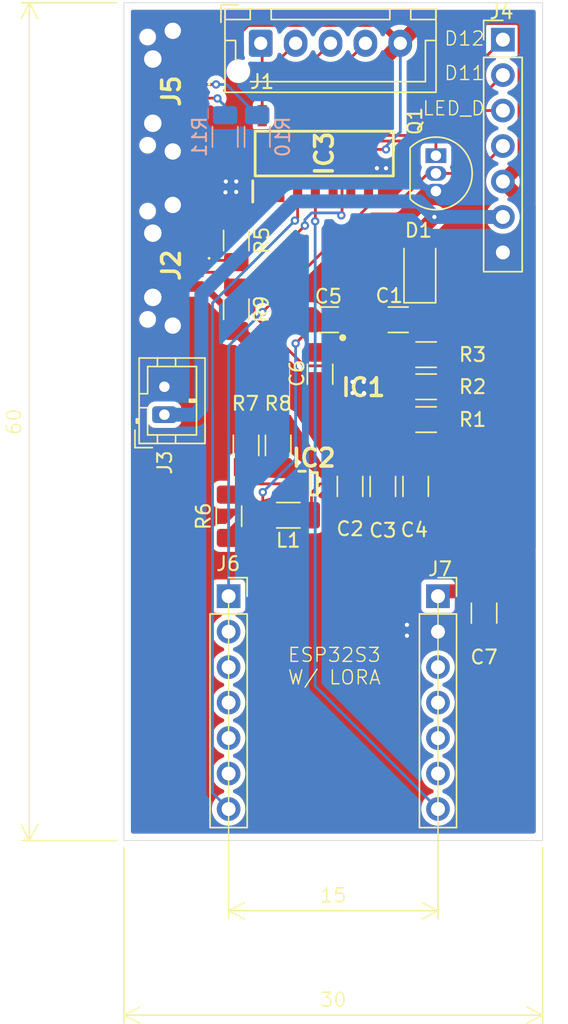
<source format=kicad_pcb>
(kicad_pcb (version 20241229) (generator "pcbnew") (generator_version "9.0")
  (layers (0 "F.Cu" signal) (2 "B.Cu" signal) (13 "F.Paste" user) (15 "B.Paste" user) (5 "F.SilkS" user "F.Silkscreen") (7 "B.SilkS" user "B.Silkscreen") (1 "F.Mask" user) (3 "B.Mask" user) (25 "Edge.Cuts" user))
  (net 0 "")
  (net 1 "Net-(D1-K)")
  (net 2 "GND")
  (net 3 "+5V")
  (net 4 "V+")
  (net 5 "BAT")
  (net 6 "VIN")
  (net 7 "Net-(IC3-1C)")
  (net 8 "Net-(IC3-2C)")
  (net 9 "Net-(IC3-4C)")
  (net 10 "Net-(IC3-3C)")
  (net 11 "Net-(IC1-ISET)")
  (net 13 "Net-(IC1-ILIM{slash}VSET)")
  (net 15 "Net-(IC1-TS{slash}MR)")
  (net 16 "FB")
  (net 17 "Net-(IC2-SW)")
  (net 18 "D11")
  (net 19 "D12")
  (net 20 "D0")
  (net 21 "D6")
  (net 22 "RST")
  (net 23 "DIO1")
  (net 24 "RF_SW")
  (net 25 "BUSY")
  (net 26 "NSS")
  (net 27 "MOSI")
  (net 28 "SCK")
  (net 29 "D7")
  (net 30 "MISO")
  (net 31 "3V3")
  (net 32 "LED_D")
  (net 39 "USB_CHG")
  (net 40 "Net-(J2-CC2)")
  (net 41 "Net-(J2-CC1)")
  (net 42 "Net-(J5-CC2)")
  (net 43 "Net-(J5-CC1)")
  (net 44 "Net-(IC2-EN)")
  (footprint "Package_TO_SOT_THT:TO-92_Inline" (layer "F.Cu") (at 81.225 72.9 -90)
    (property "Reference" "Q1" (at -2.475 1.5 90) (layer "F.SilkS"))
    (property "Value" "BS170")
    (fp_line (start -0.53 1.85) (end 3.07 1.85) (stroke (width 0.12)) (layer "F.SilkS"))
    (fp_arc (start -0.568478 1.838478) (mid -1.132087 -0.994977) (end 1.27 -2.6) (stroke (width 0.12)) (layer "F.SilkS"))
    (fp_arc (start 1.27 -2.6) (mid 3.672087 -0.994977) (end 3.108478 1.838478) (stroke (width 0.12)) (layer "F.SilkS"))
    (pad "1" thru_hole rect (at 0 0 270) (size 1.05 1.5) (drill 0.75) (layers "*.Cu" "*.Mask") (net 32 "LED_D"))
    (pad "2" thru_hole oval (at 1.27 0 270) (size 1.05 1.5) (drill 0.75) (layers "*.Cu" "*.Mask") (net 20 "D0"))
    (pad "3" thru_hole oval (at 2.54 0 270) (size 1.05 1.5) (drill 0.75) (layers "*.Cu" "*.Mask") (net 2 "GND"))
  )
  (footprint "footprints:SON40P220X200X80-11N" (layer "F.Cu") (at 76.025 87.3375)
    (property "Reference" "IC1" (at 0 2.1625 0) (layer "F.SilkS") (effects (font (size 1.27 1.27) (thickness 0.254))))
    (property "Value" "BQ25185DLHR" (hide yes))
    (fp_circle (center -1.475 -1.4) (end -1.475 -1.275) (stroke (width 0.25)) (fill no) (layer "F.SilkS"))
    (pad "1" smd rect (at -1.1 -0.8 90) (size 0.2 0.75) (layers "F.Cu" "F.Mask" "F.Paste") (net 4 "V+"))
    (pad "2" smd rect (at -1.1 -0.4 90) (size 0.2 0.75) (layers "F.Cu" "F.Mask" "F.Paste") (net 5 "BAT"))
    (pad "3" smd rect (at -1.1 0 90) (size 0.2 0.75) (layers "F.Cu" "F.Mask" "F.Paste"))
    (pad "4" smd rect (at -1.1 0.4 90) (size 0.2 0.75) (layers "F.Cu" "F.Mask" "F.Paste") (net 3 "+5V"))
    (pad "5" smd rect (at -1.1 0.8 90) (size 0.2 0.75) (layers "F.Cu" "F.Mask" "F.Paste") (net 2 "GND"))
    (pad "6" smd rect (at 1.1 0.8 90) (size 0.2 0.75) (layers "F.Cu" "F.Mask" "F.Paste") (net 15 "Net-(IC1-TS{slash}MR)"))
    (pad "7" smd rect (at 1.1 0.4 90) (size 0.2 0.75) (layers "F.Cu" "F.Mask" "F.Paste") (net 13 "Net-(IC1-ILIM{slash}VSET)"))
    (pad "8" smd rect (at 1.1 0 90) (size 0.2 0.75) (layers "F.Cu" "F.Mask" "F.Paste") (net 11 "Net-(IC1-ISET)"))
    (pad "9" smd rect (at 1.1 -0.4 90) (size 0.2 0.75) (layers "F.Cu" "F.Mask" "F.Paste"))
    (pad "10" smd rect (at 1.1 -0.8 90) (size 0.2 0.75) (layers "F.Cu" "F.Mask" "F.Paste") (net 1 "Net-(D1-K)"))
    (pad "11" smd rect (at 0 0) (size 1 1.6) (layers "F.Cu" "F.Mask" "F.Paste") (net 2 "GND"))
  )
  (footprint "Resistor_SMD:R_1206_3216Metric_Pad1.30x1.75mm_HandSolder" (layer "F.Cu") (at 66.925 83.9 90)
    (property "Reference" "R9" (at 0 1.8 90) (layer "F.SilkS"))
    (property "Value" "22k")
    (fp_line (start -0.727064 -0.91) (end 0.727064 -0.91) (stroke (width 0.12)) (layer "F.SilkS"))
    (fp_line (start -0.727064 0.91) (end 0.727064 0.91) (stroke (width 0.12)) (layer "F.SilkS"))
    (pad "1" smd roundrect (at -1.55 0 90) (size 1.3 1.75) (layers "F.Cu" "F.Mask" "F.Paste") (roundrect_rratio 0.192308) (net 39 "USB_CHG"))
    (pad "2" smd roundrect (at 1.55 0 90) (size 1.3 1.75) (layers "F.Cu" "F.Mask" "F.Paste") (roundrect_rratio 0.192308) (net 40 "Net-(J2-CC2)"))
  )
  (footprint "Capacitor_SMD:C_1206_3216Metric_Pad1.33x1.80mm_HandSolder" (layer "F.Cu") (at 75.075 96.5875 -90)
    (property "Reference" "C2" (at 3.0375 0 180) (layer "F.SilkS"))
    (property "Value" "22u")
    (fp_line (start -0.711252 0.91) (end 0.711252 0.91) (stroke (width 0.12)) (layer "F.SilkS"))
    (fp_line (start -0.711252 -0.91) (end 0.711252 -0.91) (stroke (width 0.12)) (layer "F.SilkS"))
    (pad "1" smd roundrect (at -1.5625 0 270) (size 1.325 1.8) (layers "F.Cu" "F.Mask" "F.Paste") (roundrect_rratio 0.188679) (net 39 "USB_CHG"))
    (pad "2" smd roundrect (at 1.5625 0 270) (size 1.325 1.8) (layers "F.Cu" "F.Mask" "F.Paste") (roundrect_rratio 0.188679) (net 2 "GND"))
  )
  (footprint "Capacitor_SMD:C_1206_3216Metric_Pad1.33x1.80mm_HandSolder" (layer "F.Cu") (at 84.675 105.6625 -90)
    (property "Reference" "C7" (at 3.15 0 0) (layer "F.SilkS"))
    (property "Value" "10u")
    (fp_line (start -0.711252 0.91) (end 0.711252 0.91) (stroke (width 0.12)) (layer "F.SilkS"))
    (fp_line (start -0.711252 -0.91) (end 0.711252 -0.91) (stroke (width 0.12)) (layer "F.SilkS"))
    (pad "1" smd roundrect (at -1.5625 0 270) (size 1.325 1.8) (layers "F.Cu" "F.Mask" "F.Paste") (roundrect_rratio 0.188679) (net 3 "+5V"))
    (pad "2" smd roundrect (at 1.5625 0 270) (size 1.325 1.8) (layers "F.Cu" "F.Mask" "F.Paste") (roundrect_rratio 0.188679) (net 2 "GND"))
  )
  (footprint "Diode_SMD:D_1206_3216Metric" (layer "F.Cu") (at 80.075 81.15 90)
    (property "Reference" "D1" (at 2.9 -0.1 180) (layer "F.SilkS"))
    (property "Value" "SS14")
    (fp_line (start 1.6 -1.135) (end -2.285 -1.135) (stroke (width 0.12)) (layer "F.SilkS"))
    (fp_line (start -2.285 -1.135) (end -2.285 1.135) (stroke (width 0.12)) (layer "F.SilkS"))
    (fp_line (start -2.285 1.135) (end 1.6 1.135) (stroke (width 0.12)) (layer "F.SilkS"))
    (pad "1" smd roundrect (at -1.4 0 90) (size 1.25 1.75) (layers "F.Cu" "F.Mask" "F.Paste") (roundrect_rratio 0.2) (net 1 "Net-(D1-K)"))
    (pad "2" smd roundrect (at 1.4 0 90) (size 1.25 1.75) (layers "F.Cu" "F.Mask" "F.Paste") (roundrect_rratio 0.2) (net 6 "VIN"))
  )
  (footprint "Resistor_SMD:R_1206_3216Metric_Pad1.30x1.75mm_HandSolder" (layer "F.Cu") (at 66.4 98.725 90)
    (property "Reference" "R6" (at 0 -1.83 90) (layer "F.SilkS"))
    (property "Value" "100k")
    (fp_line (start -0.727064 -0.91) (end 0.727064 -0.91) (stroke (width 0.12)) (layer "F.SilkS"))
    (fp_line (start -0.727064 0.91) (end 0.727064 0.91) (stroke (width 0.12)) (layer "F.SilkS"))
    (pad "1" smd roundrect (at -1.55 0 90) (size 1.3 1.75) (layers "F.Cu" "F.Mask" "F.Paste") (roundrect_rratio 0.192308) (net 4 "V+"))
    (pad "2" smd roundrect (at 1.55 0 90) (size 1.3 1.75) (layers "F.Cu" "F.Mask" "F.Paste") (roundrect_rratio 0.192308) (net 44 "Net-(IC2-EN)"))
  )
  (footprint "Resistor_SMD:R_1206_3216Metric_Pad1.30x1.75mm_HandSolder" (layer "F.Cu") (at 69.925 93.65 -90)
    (property "Reference" "R8" (at -3 0 180) (layer "F.SilkS"))
    (property "Value" "732k")
    (fp_line (start -0.727064 0.91) (end 0.727064 0.91) (stroke (width 0.12)) (layer "F.SilkS"))
    (fp_line (start -0.727064 -0.91) (end 0.727064 -0.91) (stroke (width 0.12)) (layer "F.SilkS"))
    (pad "1" smd roundrect (at -1.55 0 270) (size 1.3 1.75) (layers "F.Cu" "F.Mask" "F.Paste") (roundrect_rratio 0.192308) (net 39 "USB_CHG"))
    (pad "2" smd roundrect (at 1.55 0 270) (size 1.3 1.75) (layers "F.Cu" "F.Mask" "F.Paste") (roundrect_rratio 0.192308) (net 16 "FB"))
  )
  (footprint "Capacitor_SMD:C_1206_3216Metric_Pad1.33x1.80mm_HandSolder" (layer "F.Cu") (at 78.525 84.65 180)
    (property "Reference" "C1" (at 0.65 1.725 0) (layer "F.SilkS"))
    (property "Value" "10u")
    (fp_line (start -0.711252 0.91) (end 0.711252 0.91) (stroke (width 0.12)) (layer "F.SilkS"))
    (fp_line (start -0.711252 -0.91) (end 0.711252 -0.91) (stroke (width 0.12)) (layer "F.SilkS"))
    (pad "1" smd roundrect (at -1.5625 0 180) (size 1.325 1.8) (layers "F.Cu" "F.Mask" "F.Paste") (roundrect_rratio 0.188679) (net 1 "Net-(D1-K)"))
    (pad "2" smd roundrect (at 1.5625 0 180) (size 1.325 1.8) (layers "F.Cu" "F.Mask" "F.Paste") (roundrect_rratio 0.188679) (net 2 "GND"))
  )
  (footprint "Connector_JST:JST_PH_B2B-PH-K_1x02_P2.00mm_Vertical" (layer "F.Cu") (at 61.775 91.45 90)
    (property "Reference" "J3" (at -3.425 0.025 90) (layer "F.SilkS"))
    (property "Value" "Conn_01x02")
    (fp_line (start -1.11 -2.11) (end -2.36 -2.11) (stroke (width 0.12)) (layer "F.SilkS"))
    (fp_line (start -2.36 -2.11) (end -2.36 -0.86) (stroke (width 0.12)) (layer "F.SilkS"))
    (fp_line (start -0.3 -2.01) (end -0.6 -2.01) (stroke (width 0.12)) (layer "F.SilkS"))
    (fp_line (start -0.6 -2.01) (end -0.6 -1.81) (stroke (width 0.12)) (layer "F.SilkS"))
    (fp_line (start -0.3 -1.91) (end -0.6 -1.91) (stroke (width 0.12)) (layer "F.SilkS"))
    (fp_line (start 4.06 -1.81) (end -2.06 -1.81) (stroke (width 0.12)) (layer "F.SilkS"))
    (fp_line (start 0.5 -1.81) (end 0.5 -1.2) (stroke (width 0.12)) (layer "F.SilkS"))
    (fp_line (start -0.3 -1.81) (end -0.3 -2.01) (stroke (width 0.12)) (layer "F.SilkS"))
    (fp_line (start -2.06 -1.81) (end -2.06 2.91) (stroke (width 0.12)) (layer "F.SilkS"))
    (fp_line (start 3.45 -1.2) (end 1.5 -1.2) (stroke (width 0.12)) (layer "F.SilkS"))
    (fp_line (start 1.5 -1.2) (end 1.5 -1.81) (stroke (width 0.12)) (layer "F.SilkS"))
    (fp_line (start 0.5 -1.2) (end -1.45 -1.2) (stroke (width 0.12)) (layer "F.SilkS"))
    (fp_line (start -1.45 -1.2) (end -1.45 2.3) (stroke (width 0.12)) (layer "F.SilkS"))
    (fp_line (start 4.06 -0.5) (end 3.45 -0.5) (stroke (width 0.12)) (layer "F.SilkS"))
    (fp_line (start -2.06 -0.5) (end -1.45 -0.5) (stroke (width 0.12)) (layer "F.SilkS"))
    (fp_line (start 4.06 0.8) (end 3.45 0.8) (stroke (width 0.12)) (layer "F.SilkS"))
    (fp_line (start -2.06 0.8) (end -1.45 0.8) (stroke (width 0.12)) (layer "F.SilkS"))
    (fp_line (start 1.1 1.8) (end 1.1 2.3) (stroke (width 0.12)) (layer "F.SilkS"))
    (fp_line (start 0.9 1.8) (end 1.1 1.8) (stroke (width 0.12)) (layer "F.SilkS"))
    (fp_line (start 3.45 2.3) (end 3.45 -1.2) (stroke (width 0.12)) (layer "F.SilkS"))
    (fp_line (start 1 2.3) (end 1 1.8) (stroke (width 0.12)) (layer "F.SilkS"))
    (fp_line (start 0.9 2.3) (end 0.9 1.8) (stroke (width 0.12)) (layer "F.SilkS"))
    (fp_line (start -1.45 2.3) (end 3.45 2.3) (stroke (width 0.12)) (layer "F.SilkS"))
    (fp_line (start 4.06 2.91) (end 4.06 -1.81) (stroke (width 0.12)) (layer "F.SilkS"))
    (fp_line (start -2.06 2.91) (end 4.06 2.91) (stroke (width 0.12)) (layer "F.SilkS"))
    (pad "1" thru_hole roundrect (at 0 0 90) (size 1.2 1.75) (drill 0.75) (layers "*.Cu" "*.Mask") (roundrect_rratio 0.208333) (net 6 "VIN"))
    (pad "2" thru_hole oval (at 2 0 90) (size 1.2 1.75) (drill 0.75) (layers "*.Cu" "*.Mask") (net 2 "GND"))
  )
  (footprint "Capacitor_SMD:C_1206_3216Metric_Pad1.33x1.80mm_HandSolder" (layer "F.Cu") (at 72.925 88.55 -90)
    (property "Reference" "C6" (at -0.0625 1.65 90) (layer "F.SilkS"))
    (property "Value" "22u")
    (fp_line (start -0.711252 0.91) (end 0.711252 0.91) (stroke (width 0.12)) (layer "F.SilkS"))
    (fp_line (start -0.711252 -0.91) (end 0.711252 -0.91) (stroke (width 0.12)) (layer "F.SilkS"))
    (pad "1" smd roundrect (at -1.5625 0 270) (size 1.325 1.8) (layers "F.Cu" "F.Mask" "F.Paste") (roundrect_rratio 0.188679) (net 5 "BAT"))
    (pad "2" smd roundrect (at 1.5625 0 270) (size 1.325 1.8) (layers "F.Cu" "F.Mask" "F.Paste") (roundrect_rratio 0.188679) (net 2 "GND"))
  )
  (footprint "footprints:SOIC127P600X175-16N" (layer "F.Cu") (at 73.225 72.75 90)
    (property "Reference" "IC3" (at 0 0 90) (layer "F.SilkS") (effects (font (size 1.27 1.27) (thickness 0.254))))
    (property "Value" "ULN2003ADR" (hide yes))
    (fp_line (start -3.475 -5.12) (end -1.95 -5.12) (stroke (width 0.2)) (layer "F.SilkS"))
    (fp_line (start 1.6 -4.95) (end 1.6 4.95) (stroke (width 0.2)) (layer "F.SilkS"))
    (fp_line (start -1.6 -4.95) (end 1.6 -4.95) (stroke (width 0.2)) (layer "F.SilkS"))
    (fp_line (start 1.6 4.95) (end -1.6 4.95) (stroke (width 0.2)) (layer "F.SilkS"))
    (fp_line (start -1.6 4.95) (end -1.6 -4.95) (stroke (width 0.2)) (layer "F.SilkS"))
    (pad "1" smd rect (at -2.712 -4.445 180) (size 0.65 1.525) (layers "F.Cu" "F.Mask" "F.Paste") (net 19 "D12"))
    (pad "2" smd rect (at -2.712 -3.175 180) (size 0.65 1.525) (layers "F.Cu" "F.Mask" "F.Paste") (net 18 "D11"))
    (pad "3" smd rect (at -2.712 -1.905 180) (size 0.65 1.525) (layers "F.Cu" "F.Mask" "F.Paste") (net 21 "D6"))
    (pad "4" smd rect (at -2.712 -0.635 180) (size 0.65 1.525) (layers "F.Cu" "F.Mask" "F.Paste") (net 29 "D7"))
    (pad "5" smd rect (at -2.712 0.635 180) (size 0.65 1.525) (layers "F.Cu" "F.Mask" "F.Paste"))
    (pad "6" smd rect (at -2.712 1.905 180) (size 0.65 1.525) (layers "F.Cu" "F.Mask" "F.Paste"))
    (pad "7" smd rect (at -2.712 3.175 180) (size 0.65 1.525) (layers "F.Cu" "F.Mask" "F.Paste"))
    (pad "8" smd rect (at -2.712 4.445 180) (size 0.65 1.525) (layers "F.Cu" "F.Mask" "F.Paste") (net 2 "GND"))
    (pad "9" smd rect (at 2.712 4.445 180) (size 0.65 1.525) (layers "F.Cu" "F.Mask" "F.Paste") (net 3 "+5V"))
    (pad "10" smd rect (at 2.712 3.175 180) (size 0.65 1.525) (layers "F.Cu" "F.Mask" "F.Paste"))
    (pad "11" smd rect (at 2.712 1.905 180) (size 0.65 1.525) (layers "F.Cu" "F.Mask" "F.Paste"))
    (pad "12" smd rect (at 2.712 0.635 180) (size 0.65 1.525) (layers "F.Cu" "F.Mask" "F.Paste"))
    (pad "13" smd rect (at 2.712 -0.635 180) (size 0.65 1.525) (layers "F.Cu" "F.Mask" "F.Paste") (net 9 "Net-(IC3-4C)"))
    (pad "14" smd rect (at 2.712 -1.905 180) (size 0.65 1.525) (layers "F.Cu" "F.Mask" "F.Paste") (net 10 "Net-(IC3-3C)"))
    (pad "15" smd rect (at 2.712 -3.175 180) (size 0.65 1.525) (layers "F.Cu" "F.Mask" "F.Paste") (net 8 "Net-(IC3-2C)"))
    (pad "16" smd rect (at 2.712 -4.445 180) (size 0.65 1.525) (layers "F.Cu" "F.Mask" "F.Paste") (net 7 "Net-(IC3-1C)"))
  )
  (footprint "Resistor_SMD:R_1206_3216Metric_Pad1.30x1.75mm_HandSolder" (layer "F.Cu") (at 67.625 93.65 90)
    (property "Reference" "R7" (at 3 -0.05 180) (layer "F.SilkS"))
    (property "Value" "100k")
    (fp_line (start -0.727064 -0.91) (end 0.727064 -0.91) (stroke (width 0.12)) (layer "F.SilkS"))
    (fp_line (start -0.727064 0.91) (end 0.727064 0.91) (stroke (width 0.12)) (layer "F.SilkS"))
    (pad "1" smd roundrect (at -1.55 0 90) (size 1.3 1.75) (layers "F.Cu" "F.Mask" "F.Paste") (roundrect_rratio 0.192308) (net 16 "FB"))
    (pad "2" smd roundrect (at 1.55 0 90) (size 1.3 1.75) (layers "F.Cu" "F.Mask" "F.Paste") (roundrect_rratio 0.192308) (net 2 "GND"))
  )
  (footprint "Connector_JST:JST_XH_B5B-XH-AM_1x05_P2.50mm_Vertical" (layer "F.Cu") (at 68.675 64.85)
    (property "Reference" "J1" (at 0.1 2.75 0) (layer "F.SilkS"))
    (property "Value" "Conn_01x05")
    (fp_line (start -2.85 -2.75) (end -2.85 -1.5) (stroke (width 0.12)) (layer "F.SilkS"))
    (fp_line (start -2.56 -2.46) (end -2.56 3.51) (stroke (width 0.12)) (layer "F.SilkS"))
    (fp_line (start -2.56 3.51) (end 12.56 3.51) (stroke (width 0.12)) (layer "F.SilkS"))
    (fp_line (start -2.55 -2.45) (end -2.55 -1.7) (stroke (width 0.12)) (layer "F.SilkS"))
    (fp_line (start -2.55 -1.7) (end -0.75 -1.7) (stroke (width 0.12)) (layer "F.SilkS"))
    (fp_line (start -2.55 -0.2) (end -1.8 -0.2) (stroke (width 0.12)) (layer "F.SilkS"))
    (fp_line (start -1.8 -0.2) (end -1.8 1.14) (stroke (width 0.12)) (layer "F.SilkS"))
    (fp_line (start -1.6 -2.75) (end -2.85 -2.75) (stroke (width 0.12)) (layer "F.SilkS"))
    (fp_line (start -0.75 -2.45) (end -2.55 -2.45) (stroke (width 0.12)) (layer "F.SilkS"))
    (fp_line (start -0.75 -1.7) (end -0.75 -2.45) (stroke (width 0.12)) (layer "F.SilkS"))
    (fp_line (start 0.75 -2.45) (end 0.75 -1.7) (stroke (width 0.12)) (layer "F.SilkS"))
    (fp_line (start 0.75 -1.7) (end 9.25 -1.7) (stroke (width 0.12)) (layer "F.SilkS"))
    (fp_line (start 5 2.75) (end -0.74 2.75) (stroke (width 0.12)) (layer "F.SilkS"))
    (fp_line (start 9.25 -2.45) (end 0.75 -2.45) (stroke (width 0.12)) (layer "F.SilkS"))
    (fp_line (start 9.25 -1.7) (end 9.25 -2.45) (stroke (width 0.12)) (layer "F.SilkS"))
    (fp_line (start 10.75 -2.45) (end 10.75 -1.7) (stroke (width 0.12)) (layer "F.SilkS"))
    (fp_line (start 10.75 -1.7) (end 12.55 -1.7) (stroke (width 0.12)) (layer "F.SilkS"))
    (fp_line (start 11.8 -0.2) (end 11.8 2.75) (stroke (width 0.12)) (layer "F.SilkS"))
    (fp_line (start 11.8 2.75) (end 5 2.75) (stroke (width 0.12)) (layer "F.SilkS"))
    (fp_line (start 12.55 -2.45) (end 10.75 -2.45) (stroke (width 0.12)) (layer "F.SilkS"))
    (fp_line (start 12.55 -1.7) (end 12.55 -2.45) (stroke (width 0.12)) (layer "F.SilkS"))
    (fp_line (start 12.55 -0.2) (end 11.8 -0.2) (stroke (width 0.12)) (layer "F.SilkS"))
    (fp_line (start 12.56 -2.46) (end -2.56 -2.46) (stroke (width 0.12)) (layer "F.SilkS"))
    (fp_line (start 12.56 3.51) (end 12.56 -2.46) (stroke (width 0.12)) (layer "F.SilkS"))
    (pad "" np_thru_hole circle (at -1.6 2) (size 1.2 1.2) (drill 1.2) (layers "*.Cu" "*.Mask"))
    (pad "1" thru_hole roundrect (at 0 0) (size 1.7 1.95) (drill 0.95) (layers "*.Cu" "*.Mask") (roundrect_rratio 0.147059) (net 7 "Net-(IC3-1C)"))
    (pad "2" thru_hole oval (at 2.5 0) (size 1.7 1.95) (drill 0.95) (layers "*.Cu" "*.Mask") (net 8 "Net-(IC3-2C)"))
    (pad "3" thru_hole oval (at 5 0) (size 1.7 1.95) (drill 0.95) (layers "*.Cu" "*.Mask") (net 10 "Net-(IC3-3C)"))
    (pad "4" thru_hole oval (at 7.5 0) (size 1.7 1.95) (drill 0.95) (layers "*.Cu" "*.Mask") (net 9 "Net-(IC3-4C)"))
    (pad "5" thru_hole oval (at 10 0) (size 1.7 1.95) (drill 0.95) (layers "*.Cu" "*.Mask") (net 3 "+5V"))
  )
  (footprint "Capacitor_SMD:C_1206_3216Metric_Pad1.33x1.80mm_HandSolder" (layer "F.Cu") (at 73.525 84.65 180)
    (property "Reference" "C5" (at 0 1.675 0) (layer "F.SilkS"))
    (property "Value" "22u")
    (fp_line (start -0.711252 0.91) (end 0.711252 0.91) (stroke (width 0.12)) (layer "F.SilkS"))
    (fp_line (start -0.711252 -0.91) (end 0.711252 -0.91) (stroke (width 0.12)) (layer "F.SilkS"))
    (pad "1" smd roundrect (at -1.5625 0 180) (size 1.325 1.8) (layers "F.Cu" "F.Mask" "F.Paste") (roundrect_rratio 0.188679) (net 2 "GND"))
    (pad "2" smd roundrect (at 1.5625 0 180) (size 1.325 1.8) (layers "F.Cu" "F.Mask" "F.Paste") (roundrect_rratio 0.188679) (net 4 "V+"))
  )
  (footprint "Resistor_SMD:R_1206_3216Metric_Pad1.30x1.75mm_HandSolder" (layer "F.Cu") (at 66.925 78.975 -90)
    (property "Reference" "R5" (at 0 -1.83 90) (layer "F.SilkS"))
    (property "Value" "22k")
    (fp_line (start -0.727064 0.91) (end 0.727064 0.91) (stroke (width 0.12)) (layer "F.SilkS"))
    (fp_line (start -0.727064 -0.91) (end 0.727064 -0.91) (stroke (width 0.12)) (layer "F.SilkS"))
    (pad "1" smd roundrect (at -1.55 0 270) (size 1.3 1.75) (layers "F.Cu" "F.Mask" "F.Paste") (roundrect_rratio 0.192308) (net 39 "USB_CHG"))
    (pad "2" smd roundrect (at 1.55 0 270) (size 1.3 1.75) (layers "F.Cu" "F.Mask" "F.Paste") (roundrect_rratio 0.192308) (net 41 "Net-(J2-CC1)"))
  )
  (footprint "Connector_PinHeader_2.54mm:PinHeader_1x07_P2.54mm_Vertical" (layer "F.Cu") (at 86.025 64.59)
    (property "Reference" "J4" (at -0.1 -1.99 0) (layer "F.SilkS"))
    (property "Value" "Conn_01x07")
    (fp_line (start -1.38 -1.38) (end 0 -1.38) (stroke (width 0.12)) (layer "F.SilkS"))
    (fp_line (start -1.38 0) (end -1.38 -1.38) (stroke (width 0.12)) (layer "F.SilkS"))
    (fp_line (start -1.38 1.27) (end -1.38 16.62) (stroke (width 0.12)) (layer "F.SilkS"))
    (fp_line (start -1.38 1.27) (end 1.38 1.27) (stroke (width 0.12)) (layer "F.SilkS"))
    (fp_line (start -1.38 16.62) (end 1.38 16.62) (stroke (width 0.12)) (layer "F.SilkS"))
    (fp_line (start 1.38 1.27) (end 1.38 16.62) (stroke (width 0.12)) (layer "F.SilkS"))
    (pad "1" thru_hole rect (at 0 0) (size 1.7 1.7) (drill 1) (layers "*.Cu" "*.Mask") (net 19 "D12"))
    (pad "2" thru_hole circle (at 0 2.54) (size 1.7 1.7) (drill 1) (layers "*.Cu" "*.Mask") (net 18 "D11"))
    (pad "3" thru_hole circle (at 0 5.08) (size 1.7 1.7) (drill 1) (layers "*.Cu" "*.Mask") (net 32 "LED_D"))
    (pad "4" thru_hole circle (at 0 7.62) (size 1.7 1.7) (drill 1) (layers "*.Cu" "*.Mask") (net 20 "D0"))
    (pad "5" thru_hole circle (at 0 10.16) (size 1.7 1.7) (drill 1) (layers "*.Cu" "*.Mask") (net 3 "+5V"))
    (pad "6" thru_hole circle (at 0 12.7) (size 1.7 1.7) (drill 1) (layers "*.Cu" "*.Mask") (net 6 "VIN"))
    (pad "7" thru_hole circle (at 0 15.24) (size 1.7 1.7) (drill 1) (layers "*.Cu" "*.Mask") (net 2 "GND"))
  )
  (footprint "Connector_PinSocket_2.54mm:PinSocket_1x07_P2.54mm_Vertical" (layer "F.Cu") (at 66.375 104.45)
    (property "Reference" "J6" (at -0.025 -2.325 0) (layer "F.SilkS"))
    (property "Value" "Conn_01x07")
    (fp_line (start -1.33 1.27) (end -1.33 16.57) (stroke (width 0.12)) (layer "F.SilkS"))
    (fp_line (start -1.33 1.27) (end 1.33 1.27) (stroke (width 0.12)) (layer "F.SilkS"))
    (fp_line (start -1.33 16.57) (end 1.33 16.57) (stroke (width 0.12)) (layer "F.SilkS"))
    (fp_line (start 0 -1.33) (end 1.33 -1.33) (stroke (width 0.12)) (layer "F.SilkS"))
    (fp_line (start 1.33 -1.33) (end 1.33 0) (stroke (width 0.12)) (layer "F.SilkS"))
    (fp_line (start 1.33 1.27) (end 1.33 16.57) (stroke (width 0.12)) (layer "F.SilkS"))
    (pad "1" thru_hole rect (at 0 0) (size 1.7 1.7) (drill 1) (layers "*.Cu" "*.Mask") (net 20 "D0"))
    (pad "2" thru_hole circle (at 0 2.54) (size 1.7 1.7) (drill 1) (layers "*.Cu" "*.Mask") (net 23 "DIO1"))
    (pad "3" thru_hole circle (at 0 5.08) (size 1.7 1.7) (drill 1) (layers "*.Cu" "*.Mask") (net 22 "RST"))
    (pad "4" thru_hole circle (at 0 7.62) (size 1.7 1.7) (drill 1) (layers "*.Cu" "*.Mask") (net 25 "BUSY"))
    (pad "5" thru_hole circle (at 0 10.16) (size 1.7 1.7) (drill 1) (layers "*.Cu" "*.Mask") (net 26 "NSS"))
    (pad "6" thru_hole circle (at 0 12.7) (size 1.7 1.7) (drill 1) (layers "*.Cu" "*.Mask") (net 24 "RF_SW"))
    (pad "7" thru_hole circle (at 0 15.24) (size 1.7 1.7) (drill 1) (layers "*.Cu" "*.Mask") (net 21 "D6"))
  )
  (footprint "footprints:USB4175GF0230C" (layer "F.Cu") (at 62.125 80.75 -90)
    (property "Reference" "J2" (at 0 -0.145 270) (layer "F.SilkS") (effects (font (size 1.27 1.27) (thickness 0.254))))
    (property "Value" "USB4175-GF-0230-C" (hide yes))
    (fp_line (start -0.5 -2.8) (end -0.5 -2.8) (stroke (width 0.1)) (layer "F.SilkS"))
    (fp_line (start -0.5 -2.9) (end -0.5 -2.9) (stroke (width 0.1)) (layer "F.SilkS"))
    (fp_arc (start -0.5 -2.8) (mid -0.55 -2.85) (end -0.5 -2.9) (stroke (width 0.1)) (layer "F.SilkS"))
    (fp_arc (start -0.5 -2.9) (mid -0.45 -2.85) (end -0.5 -2.8) (stroke (width 0.1)) (layer "F.SilkS"))
    (pad "" np_thru_hole circle (at -3.875 1.55 270) (size 0.7 0.7) (drill 0.7) (layers "*.Cu" "*.Mask"))
    (pad "" np_thru_hole circle (at 3.875 1.55 270) (size 0.7 0.7) (drill 0.7) (layers "*.Cu" "*.Mask"))
    (pad "1" thru_hole circle (at -4.32 -0.25 270) (size 1.755 1.755) (drill 1.17) (layers "*.Cu" "*.Mask") (net 2 "GND"))
    (pad "2" thru_hole circle (at 4.32 -0.25 270) (size 1.755 1.755) (drill 1.17) (layers "*.Cu" "*.Mask") (net 2 "GND"))
    (pad "3" thru_hole circle (at -2.3 1.18 270) (size 1.875 1.875) (drill 1.25) (layers "*.Cu" "*.Mask") (net 2 "GND"))
    (pad "4" thru_hole circle (at 2.3 1.18 270) (size 1.875 1.875) (drill 1.25) (layers "*.Cu" "*.Mask") (net 2 "GND"))
    (pad "A5" smd rect (at -0.5 -1.45 270) (size 0.7 2) (layers "F.Cu" "F.Mask" "F.Paste") (net 41 "Net-(J2-CC1)"))
    (pad "A9" smd rect (at 1.52 -1.45 270) (size 0.76 2) (layers "F.Cu" "F.Mask" "F.Paste") (net 39 "USB_CHG"))
    (pad "A12" smd rect (at 2.75 -1.45 270) (size 0.8 2) (layers "F.Cu" "F.Mask" "F.Paste") (net 2 "GND"))
    (pad "B5" smd rect (at 0.5 -1.45 270) (size 0.7 2) (layers "F.Cu" "F.Mask" "F.Paste") (net 40 "Net-(J2-CC2)"))
    (pad "B9" smd rect (at -1.52 -1.45 270) (size 0.76 2) (layers "F.Cu" "F.Mask" "F.Paste") (net 39 "USB_CHG"))
    (pad "B12" smd rect (at -2.75 -1.45 270) (size 0.8 2) (layers "F.Cu" "F.Mask" "F.Paste") (net 2 "GND"))
  )
  (footprint "Capacitor_SMD:C_1206_3216Metric_Pad1.33x1.80mm_HandSolder" (layer "F.Cu") (at 77.425 96.5875 -90)
    (property "Reference" "C3" (at 3.15 0 180) (layer "F.SilkS"))
    (property "Value" "22u")
    (fp_line (start -0.711252 0.91) (end 0.711252 0.91) (stroke (width 0.12)) (layer "F.SilkS"))
    (fp_line (start -0.711252 -0.91) (end 0.711252 -0.91) (stroke (width 0.12)) (layer "F.SilkS"))
    (pad "1" smd roundrect (at -1.5625 0 270) (size 1.325 1.8) (layers "F.Cu" "F.Mask" "F.Paste") (roundrect_rratio 0.188679) (net 39 "USB_CHG"))
    (pad "2" smd roundrect (at 1.5625 0 270) (size 1.325 1.8) (layers "F.Cu" "F.Mask" "F.Paste") (roundrect_rratio 0.188679) (net 2 "GND"))
  )
  (footprint "Inductor_SMD:L_1206_3216Metric_Pad1.22x1.90mm_HandSolder" (layer "F.Cu") (at 70.65 98.65)
    (property "Reference" "L1" (at 0 1.8 0) (layer "F.SilkS"))
    (property "Value" "1uH")
    (fp_line (start -0.835242 -0.91) (end 0.835242 -0.91) (stroke (width 0.12)) (layer "F.SilkS"))
    (fp_line (start -0.835242 0.91) (end 0.835242 0.91) (stroke (width 0.12)) (layer "F.SilkS"))
    (pad "1" smd roundrect (at -1.6625 0) (size 1.225 1.9) (layers "F.Cu" "F.Mask" "F.Paste") (roundrect_rratio 0.204082) (net 4 "V+"))
    (pad "2" smd roundrect (at 1.6625 0) (size 1.225 1.9) (layers "F.Cu" "F.Mask" "F.Paste") (roundrect_rratio 0.204082) (net 17 "Net-(IC2-SW)"))
  )
  (footprint "Resistor_SMD:R_1206_3216Metric_Pad1.30x1.75mm_HandSolder" (layer "F.Cu") (at 80.525 89.45)
    (property "Reference" "R2" (at 3.325 0 0) (layer "F.SilkS"))
    (property "Value" "13k")
    (fp_line (start -0.727064 -0.91) (end 0.727064 -0.91) (stroke (width 0.12)) (layer "F.SilkS"))
    (fp_line (start -0.727064 0.91) (end 0.727064 0.91) (stroke (width 0.12)) (layer "F.SilkS"))
    (pad "1" smd roundrect (at -1.55 0) (size 1.3 1.75) (layers "F.Cu" "F.Mask" "F.Paste") (roundrect_rratio 0.192308) (net 13 "Net-(IC1-ILIM{slash}VSET)"))
    (pad "2" smd roundrect (at 1.55 0) (size 1.3 1.75) (layers "F.Cu" "F.Mask" "F.Paste") (roundrect_rratio 0.192308) (net 2 "GND"))
  )
  (footprint "Connector_PinSocket_2.54mm:PinSocket_1x07_P2.54mm_Vertical" (layer "F.Cu") (at 81.375 104.45)
    (property "Reference" "J7" (at 0.15 -1.95 0) (layer "F.SilkS"))
    (property "Value" "Conn_01x07")
    (fp_line (start -1.33 1.27) (end -1.33 16.57) (stroke (width 0.12)) (layer "F.SilkS"))
    (fp_line (start -1.33 1.27) (end 1.33 1.27) (stroke (width 0.12)) (layer "F.SilkS"))
    (fp_line (start -1.33 16.57) (end 1.33 16.57) (stroke (width 0.12)) (layer "F.SilkS"))
    (fp_line (start 0 -1.33) (end 1.33 -1.33) (stroke (width 0.12)) (layer "F.SilkS"))
    (fp_line (start 1.33 -1.33) (end 1.33 0) (stroke (width 0.12)) (layer "F.SilkS"))
    (fp_line (start 1.33 1.27) (end 1.33 16.57) (stroke (width 0.12)) (layer "F.SilkS"))
    (pad "1" thru_hole rect (at 0 0) (size 1.7 1.7) (drill 1) (layers "*.Cu" "*.Mask") (net 3 "+5V"))
    (pad "2" thru_hole circle (at 0 2.54) (size 1.7 1.7) (drill 1) (layers "*.Cu" "*.Mask") (net 2 "GND"))
    (pad "3" thru_hole circle (at 0 5.08) (size 1.7 1.7) (drill 1) (layers "*.Cu" "*.Mask") (net 31 "3V3"))
    (pad "4" thru_hole circle (at 0 7.62) (size 1.7 1.7) (drill 1) (layers "*.Cu" "*.Mask") (net 27 "MOSI"))
    (pad "5" thru_hole circle (at 0 10.16) (size 1.7 1.7) (drill 1) (layers "*.Cu" "*.Mask") (net 30 "MISO"))
    (pad "6" thru_hole circle (at 0 12.7) (size 1.7 1.7) (drill 1) (layers "*.Cu" "*.Mask") (net 28 "SCK"))
    (pad "7" thru_hole circle (at 0 15.24) (size 1.7 1.7) (drill 1) (layers "*.Cu" "*.Mask") (net 29 "D7"))
  )
  (footprint "Resistor_SMD:R_1206_3216Metric_Pad1.30x1.75mm_HandSolder" (layer "F.Cu") (at 80.525 87.15)
    (property "Reference" "R3" (at 3.325 0 0) (layer "F.SilkS"))
    (property "Value" "300")
    (fp_line (start -0.727064 -0.91) (end 0.727064 -0.91) (stroke (width 0.12)) (layer "F.SilkS"))
    (fp_line (start -0.727064 0.91) (end 0.727064 0.91) (stroke (width 0.12)) (layer "F.SilkS"))
    (pad "1" smd roundrect (at -1.55 0) (size 1.3 1.75) (layers "F.Cu" "F.Mask" "F.Paste") (roundrect_rratio 0.192308) (net 11 "Net-(IC1-ISET)"))
    (pad "2" smd roundrect (at 1.55 0) (size 1.3 1.75) (layers "F.Cu" "F.Mask" "F.Paste") (roundrect_rratio 0.192308) (net 2 "GND"))
  )
  (footprint "footprints:USB4175GF0230C" (layer "F.Cu") (at 62.125 68.28 -90)
    (property "Reference" "J5" (at 0 -0.145 270) (layer "F.SilkS") (effects (font (size 1.27 1.27) (thickness 0.254))))
    (property "Value" "USB4175-GF-0230-C" (hide yes))
    (fp_line (start -0.5 -2.8) (end -0.5 -2.8) (stroke (width 0.1)) (layer "F.SilkS"))
    (fp_line (start -0.5 -2.9) (end -0.5 -2.9) (stroke (width 0.1)) (layer "F.SilkS"))
    (fp_arc (start -0.5 -2.8) (mid -0.55 -2.85) (end -0.5 -2.9) (stroke (width 0.1)) (layer "F.SilkS"))
    (fp_arc (start -0.5 -2.9) (mid -0.45 -2.85) (end -0.5 -2.8) (stroke (width 0.1)) (layer "F.SilkS"))
    (pad "" np_thru_hole circle (at -3.875 1.55 270) (size 0.7 0.7) (drill 0.7) (layers "*.Cu" "*.Mask"))
    (pad "" np_thru_hole circle (at 3.875 1.55 270) (size 0.7 0.7) (drill 0.7) (layers "*.Cu" "*.Mask"))
    (pad "1" thru_hole circle (at -4.32 -0.25 270) (size 1.755 1.755) (drill 1.17) (layers "*.Cu" "*.Mask") (net 2 "GND"))
    (pad "2" thru_hole circle (at 4.32 -0.25 270) (size 1.755 1.755) (drill 1.17) (layers "*.Cu" "*.Mask") (net 2 "GND"))
    (pad "3" thru_hole circle (at -2.3 1.18 270) (size 1.875 1.875) (drill 1.25) (layers "*.Cu" "*.Mask") (net 2 "GND"))
    (pad "4" thru_hole circle (at 2.3 1.18 270) (size 1.875 1.875) (drill 1.25) (layers "*.Cu" "*.Mask") (net 2 "GND"))
    (pad "A5" smd rect (at -0.5 -1.45 270) (size 0.7 2) (layers "F.Cu" "F.Mask" "F.Paste") (net 43 "Net-(J5-CC1)"))
    (pad "A9" smd rect (at 1.52 -1.45 270) (size 0.76 2) (layers "F.Cu" "F.Mask" "F.Paste") (net 3 "+5V"))
    (pad "A12" smd rect (at 2.75 -1.45 270) (size 0.8 2) (layers "F.Cu" "F.Mask" "F.Paste") (net 2 "GND"))
    (pad "B5" smd rect (at 0.5 -1.45 270) (size 0.7 2) (layers "F.Cu" "F.Mask" "F.Paste") (net 42 "Net-(J5-CC2)"))
    (pad "B9" smd rect (at -1.52 -1.45 270) (size 0.76 2) (layers "F.Cu" "F.Mask" "F.Paste") (net 3 "+5V"))
    (pad "B12" smd rect (at -2.75 -1.45 270) (size 0.8 2) (layers "F.Cu" "F.Mask" "F.Paste") (net 2 "GND"))
  )
  (footprint "Resistor_SMD:R_1206_3216Metric_Pad1.30x1.75mm_HandSolder" (layer "F.Cu") (at 80.525 91.8)
    (property "Reference" "R1" (at 3.325 0 0) (layer "F.SilkS"))
    (property "Value" "10k")
    (fp_line (start -0.727064 -0.91) (end 0.727064 -0.91) (stroke (width 0.12)) (layer "F.SilkS"))
    (fp_line (start -0.727064 0.91) (end 0.727064 0.91) (stroke (width 0.12)) (layer "F.SilkS"))
    (pad "1" smd roundrect (at -1.55 0) (size 1.3 1.75) (layers "F.Cu" "F.Mask" "F.Paste") (roundrect_rratio 0.192308) (net 15 "Net-(IC1-TS{slash}MR)"))
    (pad "2" smd roundrect (at 1.55 0) (size 1.3 1.75) (layers "F.Cu" "F.Mask" "F.Paste") (roundrect_rratio 0.192308) (net 2 "GND"))
  )
  (footprint "footprints:SOTFL50P160X60-6N" (layer "F.Cu") (at 72.475 96.4)
    (property "Reference" "IC2" (at 0 -1.85 0) (layer "F.SilkS") (effects (font (size 1.27 1.27) (thickness 0.254))))
    (property "Value" "TPS61023DRLT" (hide yes))
    (fp_line (start -1.075 -0.9) (end -0.6 -0.9) (stroke (width 0.2)) (layer "F.SilkS"))
    (fp_line (start -0.25 -0.8) (end 0.25 -0.8) (stroke (width 0.2)) (layer "F.SilkS"))
    (fp_line (start -0.25 0.8) (end -0.25 -0.8) (stroke (width 0.2)) (layer "F.SilkS"))
    (fp_line (start 0.25 -0.8) (end 0.25 0.8) (stroke (width 0.2)) (layer "F.SilkS"))
    (fp_line (start 0.25 0.8) (end -0.25 0.8) (stroke (width 0.2)) (layer "F.SilkS"))
    (pad "1" smd rect (at -0.838 -0.5 90) (size 0.3 0.475) (layers "F.Cu" "F.Mask" "F.Paste") (net 16 "FB"))
    (pad "2" smd rect (at -0.838 0 90) (size 0.3 0.475) (layers "F.Cu" "F.Mask" "F.Paste") (net 44 "Net-(IC2-EN)"))
    (pad "3" smd rect (at -0.838 0.5 90) (size 0.3 0.475) (layers "F.Cu" "F.Mask" "F.Paste") (net 4 "V+"))
    (pad "4" smd rect (at 0.838 0.5 90) (size 0.3 0.475) (layers "F.Cu" "F.Mask" "F.Paste") (net 2 "GND"))
    (pad "5" smd rect (at 0.838 0 90) (size 0.3 0.475) (layers "F.Cu" "F.Mask" "F.Paste") (net 17 "Net-(IC2-SW)"))
    (pad "6" smd rect (at 0.838 -0.5 90) (size 0.3 0.475) (layers "F.Cu" "F.Mask" "F.Paste") (net 39 "USB_CHG"))
  )
  (footprint "Capacitor_SMD:C_1206_3216Metric_Pad1.33x1.80mm_HandSolder" (layer "F.Cu") (at 79.775 96.5875 -90)
    (property "Reference" "C4" (at 3.1125 0.1 0) (layer "F.SilkS"))
    (property "Value" "22u")
    (fp_line (start -0.711252 0.91) (end 0.711252 0.91) (stroke (width 0.12)) (layer "F.SilkS"))
    (fp_line (start -0.711252 -0.91) (end 0.711252 -0.91) (stroke (width 0.12)) (layer "F.SilkS"))
    (pad "1" smd roundrect (at -1.5625 0 270) (size 1.325 1.8) (layers "F.Cu" "F.Mask" "F.Paste") (roundrect_rratio 0.188679) (net 39 "USB_CHG"))
    (pad "2" smd roundrect (at 1.5625 0 270) (size 1.325 1.8) (layers "F.Cu" "F.Mask" "F.Paste") (roundrect_rratio 0.188679) (net 2 "GND"))
  )
  (footprint "Resistor_SMD:R_1206_3216Metric_Pad1.30x1.75mm_HandSolder" (layer "B.Cu") (at 66.125 71.55 -90)
    (property "Reference" "R11" (at 0 1.83 90) (layer "B.SilkS") (effects (justify mirror)))
    (property "Value" "22k")
    (fp_line (start -0.727064 0.91) (end 0.727064 0.91) (stroke (width 0.12)) (layer "B.SilkS"))
    (fp_line (start -0.727064 -0.91) (end 0.727064 -0.91) (stroke (width 0.12)) (layer "B.SilkS"))
    (pad "1" smd roundrect (at -1.55 0 270) (size 1.3 1.75) (layers "B.Cu" "B.Mask" "B.Paste") (roundrect_rratio 0.192308) (net 42 "Net-(J5-CC2)"))
    (pad "2" smd roundrect (at 1.55 0 270) (size 1.3 1.75) (layers "B.Cu" "B.Mask" "B.Paste") (roundrect_rratio 0.192308) (net 2 "GND"))
  )
  (footprint "Resistor_SMD:R_1206_3216Metric_Pad1.30x1.75mm_HandSolder" (layer "B.Cu") (at 68.425 71.55 90)
    (property "Reference" "R10" (at 0 1.83 90) (layer "B.SilkS") (effects (justify mirror)))
    (property "Value" "22k")
    (fp_line (start -0.727064 -0.91) (end 0.727064 -0.91) (stroke (width 0.12)) (layer "B.SilkS"))
    (fp_line (start -0.727064 0.91) (end 0.727064 0.91) (stroke (width 0.12)) (layer "B.SilkS"))
    (pad "1" smd roundrect (at -1.55 0 90) (size 1.3 1.75) (layers "B.Cu" "B.Mask" "B.Paste") (roundrect_rratio 0.192308) (net 2 "GND"))
    (pad "2" smd roundrect (at 1.55 0 90) (size 1.3 1.75) (layers "B.Cu" "B.Mask" "B.Paste") (roundrect_rratio 0.192308) (net 43 "Net-(J5-CC1)"))
  )
  (gr_rect (start 58.875 61.95) (end 88.875 121.95) (stroke (width 0.05)) (fill no) (layer "Edge.Cuts"))
  (gr_text "D11" (at 81.75 67.575 0) (layer "F.SilkS") (effects (font (size 1 1) (thickness 0.1)) (justify left bottom)))
  (gr_text "D12" (at 81.75 65.1 0) (layer "F.SilkS") (effects (font (size 1 1) (thickness 0.1)) (justify left bottom)))
  (gr_text "ESP32S3 \nW/ LORA" (at 70.55 110.85 0) (layer "F.SilkS") (effects (font (size 1 1) (thickness 0.1)) (justify left bottom)))
  (gr_text "LED_D" (at 80.2 70.1 0) (layer "F.SilkS") (effects (font (size 1 1) (thickness 0.1)) (justify left bottom)))
  (dimension (type orthogonal) (layer "F.SilkS") (pts (xy 81.375 104.45) (xy 66.375 104.45)) (height 22.525) (orientation 0) (format (prefix "") (suffix "") (units 3) (units_format 0) (precision 4) (suppress_zeroes yes)) (style (thickness 0.1) (arrow_length 1.27) (text_position_mode 0) (arrow_direction outward) (extension_height 0.58642) (extension_offset 0.5) (keep_text_aligned yes)) (gr_text "15" (at 73.875 125.875 0) (layer "F.SilkS") (effects (font (size 1 1) (thickness 0.1)))))
  (dimension (type orthogonal) (layer "F.SilkS") (pts (xy 58.875 121.95) (xy 88.875 121.95)) (height 12.5) (orientation 0) (format (prefix "") (suffix "") (units 3) (units_format 0) (precision 4) (suppress_zeroes yes)) (style (thickness 0.1) (arrow_length 1.27) (text_position_mode 0) (arrow_direction outward) (extension_height 0.58642) (extension_offset 0.5) (keep_text_aligned yes)) (gr_text "30" (at 73.875 133.35 0) (layer "F.SilkS") (effects (font (size 1 1) (thickness 0.1)))))
  (dimension (type orthogonal) (layer "F.SilkS") (pts (xy 58.875 121.95) (xy 58.875 61.95)) (height -6.775) (orientation 1) (format (prefix "") (suffix "") (units 3) (units_format 0) (precision 4) (suppress_zeroes yes)) (style (thickness 0.1) (arrow_length 1.27) (text_position_mode 0) (arrow_direction outward) (extension_height 0.58642) (extension_offset 0.5) (keep_text_aligned yes)) (gr_text "60" (at 51 91.95 90) (layer "F.SilkS") (effects (font (size 1 1) (thickness 0.1)))))
  (segment (start 77.125 86.5375) (end 79.0125 84.65) (width 0.2) (layer "F.Cu") (net 1))
  (segment (start 80.075 82.55) (end 80.075 84.6375) (width 0.4) (layer "F.Cu") (net 1))
  (segment (start 79.0125 84.65) (end 80.0875 84.65) (width 0.2) (layer "F.Cu") (net 1))
  (via (at 75.25 89.1) (size 0.6) (drill 0.3) (layers "F.Cu" "B.Cu") (net 2))
  (via (at 76.075 89.9) (size 0.6) (drill 0.3) (layers "F.Cu" "B.Cu") (net 2))
  (via (at 79.15 107.275) (size 0.6) (drill 0.3) (layers "F.Cu" "B.Cu") (net 2))
  (via (at 75.25 89.9) (size 0.6) (drill 0.3) (layers "F.Cu" "B.Cu") (net 2))
  (via (at 66.925 75.5) (size 0.6) (drill 0.3) (layers "F.Cu" "B.Cu") (net 2))
  (via (at 77 73.8) (size 0.6) (drill 0.3) (layers "F.Cu" "B.Cu") (net 2))
  (via (at 79.15 106.5) (size 0.6) (drill 0.3) (layers "F.Cu" "B.Cu") (net 2))
  (via (at 76.05 89.1) (size 0.6) (drill 0.3) (layers "F.Cu" "B.Cu") (net 2))
  (via (at 66.175 74.75) (size 0.6) (drill 0.3) (layers "F.Cu" "B.Cu") (net 2))
  (via (at 77.65 73.8) (size 0.6) (drill 0.3) (layers "F.Cu" "B.Cu") (net 2))
  (via (at 66.925 74.75) (size 0.6) (drill 0.3) (layers "F.Cu" "B.Cu") (net 2))
  (via (at 66.15 75.525) (size 0.6) (drill 0.3) (layers "F.Cu" "B.Cu") (net 2))
  (segment (start 77.249 63.424) (end 78.675 64.85) (width 0.5) (layer "F.Cu") (net 3))
  (segment (start 86.025 74.75) (end 87.874 76.599) (width 1) (layer "F.Cu") (net 3))
  (segment (start 74.5 72.95) (end 74.999 72.451) (width 0.2) (layer "F.Cu") (net 3))
  (segment (start 62.343 69.8) (end 63.575 69.8) (width 0.5) (layer "F.Cu") (net 3))
  (segment (start 87.874 100.901) (end 84.675 104.1) (width 1) (layer "F.Cu") (net 3))
  (segment (start 62.343 66.76) (end 62.124 66.979) (width 0.5) (layer "F.Cu") (net 3))
  (segment (start 67.726 63.424) (end 77.249 63.424) (width 0.5) (layer "F.Cu") (net 3))
  (segment (start 77.67 65.855) (end 78.675 64.85) (width 1) (layer "F.Cu") (net 3))
  (segment (start 68.199 81.55145) (end 71.838379 77.912071) (width 0.2) (layer "F.Cu") (net 3))
  (segment (start 74.45 77.175) (end 74.5 77.125) (width 0.2) (layer "F.Cu") (net 3))
  (segment (start 73.81016 87.951) (end 71.801057 87.951) (width 0.2) (layer "F.Cu") (net 3))
  (segment (start 87.213 63.039) (end 87.576 63.402) (width 1) (layer "F.Cu") (net 3))
  (segment (start 64.39 66.76) (end 67.726 63.424) (width 0.5) (layer "F.Cu") (net 3))
  (segment (start 62.124 69.581) (end 62.343 69.8) (width 0.5) (layer "F.Cu") (net 3))
  (segment (start 62.124 66.979) (end 62.124 69.581) (width 0.5) (layer "F.Cu") (net 3))
  (segment (start 74.925 87.7375) (end 74.02366 87.7375) (width 0.2) (layer "F.Cu") (net 3))
  (segment (start 63.575 66.76) (end 62.343 66.76) (width 0.5) (layer "F.Cu") (net 3))
  (segment (start 80.486 63.039) (end 87.213 63.039) (width 1) (layer "F.Cu") (net 3))
  (segment (start 77.67 70.038) (end 77.67 65.855) (width 1) (layer "F.Cu") (net 3))
  (segment (start 78.675 64.85) (end 80.486 63.039) (width 1) (layer "F.Cu") (net 3))
  (segment (start 74.02366 87.7375) (end 73.81016 87.951) (width 0.2) (layer "F.Cu") (net 3))
  (segment (start 87.576 63.402) (end 87.576 73.199) (width 1) (layer "F.Cu") (net 3))
  (segment (start 74.999 72.451) (end 77.65 72.451) (width 0.2) (layer "F.Cu") (net 3))
  (segment (start 68.199 84.348943) (end 68.199 81.55145) (width 0.2) (layer "F.Cu") (net 3))
  (segment (start 87.874 76.599) (end 87.874 100.901) (width 1) (layer "F.Cu") (net 3))
  (segment (start 71.801057 87.951) (end 68.199 84.348943) (width 0.2) (layer "F.Cu") (net 3))
  (segment (start 84.675 104.1) (end 81.725 104.1) (width 1) (layer "F.Cu") (net 3))
  (segment (start 74.5 77.125) (end 74.5 72.95) (width 0.2) (layer "F.Cu") (net 3))
  (segment (start 63.575 66.76) (end 64.39 66.76) (width 0.5) (layer "F.Cu") (net 3))
  (segment (start 87.576 73.199) (end 86.025 74.75) (width 1) (layer "F.Cu") (net 3))
  (via (at 77.65 72.451) (size 0.6) (drill 0.3) (layers "F.Cu" "B.Cu") (net 3))
  (via (at 71.838379 77.912071) (size 0.6) (drill 0.3) (layers "F.Cu" "B.Cu") (net 3))
  (via (at 74.45 77.175) (size 0.6) (drill 0.3) (layers "F.Cu" "B.Cu") (net 3))
  (segment (start 78.675 71.2) (end 78.675 64.85) (width 0.2) (layer "B.Cu") (net 3))
  (segment (start 71.838379 77.486678) (end 72.326057 76.999) (width 0.2) (layer "B.Cu") (net 3))
  (segment (start 72.326057 76.999) (end 74.274 76.999) (width 0.2) (layer "B.Cu") (net 3))
  (segment (start 74.274 76.999) (end 74.45 77.175) (width 0.2) (layer "B.Cu") (net 3))
  (segment (start 71.838379 77.912071) (end 71.838379 77.486678) (width 0.2) (layer "B.Cu") (net 3))
  (segment (start 77.65 72.225) (end 78.675 71.2) (width 0.2) (layer "B.Cu") (net 3))
  (segment (start 77.65 72.451) (end 77.65 72.225) (width 0.2) (layer "B.Cu") (net 3))
  (segment (start 71.9625 84.65) (end 71.9625 85.5625) (width 0.2) (layer "F.Cu") (net 4))
  (segment (start 68.825 97) (end 68.825 98.4875) (width 0.2) (layer "F.Cu") (net 4))
  (segment (start 71.9625 85.5625) (end 71.175 86.35) (width 0.2) (layer "F.Cu") (net 4))
  (segment (start 68.9875 98.65) (end 68.025 98.65) (width 1) (layer "F.Cu") (net 4))
  (segment (start 68.025 98.65) (end 66.4 100.275) (width 1) (layer "F.Cu") (net 4))
  (via (at 68.825 97) (size 0.6) (drill 0.3) (layers "F.Cu" "B.Cu") (net 4))
  (via (at 71.175 86.35) (size 0.6) (drill 0.3) (layers "F.Cu" "B.Cu") (net 4))
  (segment (start 71.175 86.35) (end 71.175 94.65) (width 0.2) (layer "B.Cu") (net 4))
  (segment (start 71.175 94.65) (end 68.825 97) (width 0.2) (layer "B.Cu") (net 4))
  (segment (start 80.075 78.331174) (end 81.116174 77.29) (width 1) (layer "F.Cu") (net 6))
  (segment (start 80.075 79.75) (end 80.075 78.331174) (width 1) (layer "F.Cu") (net 6))
  (via (at 81.116174 77.29) (size 0.6) (drill 0.3) (layers "F.Cu" "B.Cu") (net 6))
  (segment (start 71.084372 76.175) (end 80.001174 76.175) (width 1) (layer "B.Cu") (net 6))
  (segment (start 64.423 82.836372) (end 71.084372 76.175) (width 1) (layer "B.Cu") (net 6))
  (segment (start 63.95 91.45) (end 64.423 90.977) (width 1) (layer "B.Cu") (net 6))
  (segment (start 61.775 91.45) (end 63.95 91.45) (width 1) (layer "B.Cu") (net 6))
  (segment (start 81.116174 77.29) (end 86.025 77.29) (width 1) (layer "B.Cu") (net 6))
  (segment (start 64.423 90.977) (end 64.423 82.836372) (width 1) (layer "B.Cu") (net 6))
  (segment (start 80.001174 76.175) (end 81.116174 77.29) (width 1) (layer "B.Cu") (net 6))
  (segment (start 68.78 70.038) (end 68.78 64.955) (width 0.2) (layer "F.Cu") (net 7))
  (segment (start 70.05 65.975) (end 71.175 64.85) (width 0.2) (layer "F.Cu") (net 8))
  (segment (start 70.05 70.038) (end 70.05 65.975) (width 0.2) (layer "F.Cu") (net 8))
  (segment (start 72.59 68.435) (end 72.59 70.038) (width 0.2) (layer "F.Cu") (net 9))
  (segment (start 76.175 64.85) (end 72.59 68.435) (width 0.2) (layer "F.Cu") (net 9))
  (segment (start 71.32 67.205) (end 73.675 64.85) (width 0.2) (layer "F.Cu") (net 10))
  (segment (start 71.32 70.038) (end 71.32 67.205) (width 0.2) (layer "F.Cu") (net 10))
  (segment (start 77.125 87.3375) (end 78.7875 87.3375) (width 0.2) (layer "F.Cu") (net 11))
  (segment (start 77.7625 87.7375) (end 77.925 87.9) (width 0.2) (layer "F.Cu") (net 13))
  (segment (start 77.125 87.7375) (end 77.7625 87.7375) (width 0.2) (layer "F.Cu") (net 13))
  (segment (start 77.925 87.9) (end 77.925 88.4) (width 0.2) (layer "F.Cu") (net 13))
  (segment (start 77.925 88.4) (end 78.975 89.45) (width 0.2) (layer "F.Cu") (net 13))
  (segment (start 77.125 89.95) (end 78.975 91.8) (width 0.2) (layer "F.Cu") (net 15))
  (segment (start 77.125 88.1375) (end 77.125 89.95) (width 0.2) (layer "F.Cu") (net 15))
  (segment (start 72.951 96.4) (end 72.3125 97.0385) (width 0.2) (layer "F.Cu") (net 17))
  (segment (start 72.3125 97.0385) (end 72.3125 98.65) (width 0.2) (layer "F.Cu") (net 17))
  (segment (start 73.313 96.4) (end 72.951 96.4) (width 0.2) (layer "F.Cu") (net 17))
  (segment (start 79.374 71.851) (end 83.225 68) (width 0.2) (layer "F.Cu") (net 18))
  (segment (start 71.9411 71.851) (end 79.374 71.851) (width 0.2) (layer "F.Cu") (net 18))
  (segment (start 85.155 68) (end 86.025 67.13) (width 0.2) (layer "F.Cu") (net 18))
  (segment (start 70.05 75.462) (end 70.05 73.7421) (width 0.2) (layer "F.Cu") (net 18))
  (segment (start 70.05 73.7421) (end 71.9411 71.851) (width 0.2) (layer "F.Cu") (net 18))
  (segment (start 83.225 68) (end 85.155 68) (width 0.2) (layer "F.Cu") (net 18))
  (segment (start 86.025 64.59) (end 79.165 71.45) (width 0.2) (layer "F.Cu") (net 19))
  (segment (start 79.165 71.45) (end 71.775 71.45) (width 0.2) (layer "F.Cu") (net 19))
  (segment (start 71.775 71.45) (end 68.78 74.445) (width 0.2) (layer "F.Cu") (net 19))
  (segment (start 68.78 74.445) (end 68.78 75.462) (width 0.2) (layer "F.Cu") (net 19))
  (segment (start 80.6515 74.17) (end 78.296 76.5255) (width 0.2) (layer "F.Cu") (net 20))
  (segment (start 76.3745 76.5255) (end 68.8 84.1) (width 0.2) (layer "F.Cu") (net 20))
  (segment (start 84.065 74.17) (end 81.225 74.17) (width 0.2) (layer "F.Cu") (net 20))
  (segment (start 78.296 76.5255) (end 76.3745 76.5255) (width 0.2) (layer "F.Cu") (net 20))
  (segment (start 86.025 72.21) (end 84.065 74.17) (width 0.2) (layer "F.Cu") (net 20))
  (via (at 68.8 84.1) (size 0.6) (drill 0.3) (layers "F.Cu" "B.Cu") (net 20))
  (segment (start 66.375 86.525) (end 66.375 104.45) (width 0.2) (layer "B.Cu") (net 20))
  (segment (start 68.8 84.1) (end 66.375 86.525) (width 0.2) (layer "B.Cu") (net 20))
  (segment (start 71.32 77.355) (end 71.32 75.462) (width 0.2) (layer "F.Cu") (net 21))
  (segment (start 71.125 77.55) (end 71.32 77.355) (width 0.2) (layer "F.Cu") (net 21))
  (via (at 71.125 77.55) (size 0.6) (drill 0.3) (layers "F.Cu" "B.Cu") (net 21))
  (segment (start 65.224 118.539) (end 65.224 83.451) (width 0.2) (layer "B.Cu") (net 21))
  (segment (start 66.375 119.69) (end 65.224 118.539) (width 0.2) (layer "B.Cu") (net 21))
  (segment (start 65.224 83.451) (end 71.125 77.55) (width 0.2) (layer "B.Cu") (net 21))
  (segment (start 72.575 77.6) (end 72.59 77.585) (width 0.2) (layer "F.Cu") (net 29))
  (segment (start 72.59 77.585) (end 72.59 75.462) (width 0.2) (layer "F.Cu") (net 29))
  (via (at 72.575 77.6) (size 0.6) (drill 0.3) (layers "F.Cu" "B.Cu") (net 29))
  (segment (start 72.575 110.89) (end 72.575 77.6) (width 0.2) (layer "B.Cu") (net 29))
  (segment (start 81.375 119.69) (end 72.575 110.89) (width 0.2) (layer "B.Cu") (net 29))
  (segment (start 86.025 69.67) (end 83.255 69.67) (width 0.2) (layer "F.Cu") (net 32))
  (segment (start 81.225 71.7) (end 81.225 72.9) (width 0.2) (layer "F.Cu") (net 32))
  (segment (start 83.255 69.67) (end 81.225 71.7) (width 0.2) (layer "F.Cu") (net 32))
  (segment (start 64.995 79.23) (end 63.575 79.23) (width 0.5) (layer "F.Cu") (net 39))
  (segment (start 66.925 84.548) (end 66.925 85.3) (width 0.5) (layer "F.Cu") (net 39))
  (segment (start 63.575 79.23) (end 62.343 79.23) (width 0.5) (layer "F.Cu") (net 39))
  (segment (start 63.575 82.27) (end 64.647 82.27) (width 0.5) (layer "F.Cu") (net 39))
  (segment (start 69.925 92.1) (end 69.925 88.3) (width 1) (layer "F.Cu") (net 39))
  (segment (start 62.343 82.27) (end 63.575 82.27) (width 0.5) (layer "F.Cu") (net 39))
  (segment (start 66.925 77.3) (end 64.995 79.23) (width 0.5) (layer "F.Cu") (net 39))
  (segment (start 69.925 88.3) (end 66.925 85.3) (width 1) (layer "F.Cu") (net 39))
  (segment (start 62.124 82.051) (end 62.343 82.27) (width 0.5) (layer "F.Cu") (net 39))
  (segment (start 62.343 79.23) (end 62.124 79.449) (width 0.5) (layer "F.Cu") (net 39))
  (segment (start 62.124 79.449) (end 62.124 82.051) (width 0.5) (layer "F.Cu") (net 39))
  (segment (start 64.647 82.27) (end 66.925 84.548) (width 0.5) (layer "F.Cu") (net 39))
  (segment (start 65.825 81.25) (end 63.575 81.25) (width 0.2) (layer "F.Cu") (net 40))
  (segment (start 66.925 82.35) (end 65.825 81.25) (width 0.2) (layer "F.Cu") (net 40))
  (segment (start 66.925 80.4) (end 63.725 80.4) (width 0.2) (layer "F.Cu") (net 41))
  (segment (start 65.555 68.78) (end 63.575 68.78) (width 0.2) (layer "F.Cu") (net 42))
  (segment (start 65.575 68.8) (end 65.555 68.78) (width 0.2) (layer "F.Cu") (net 42))
  (via (at 65.575 68.8) (size 0.6) (drill 0.3) (layers "F.Cu" "B.Cu") (net 42))
  (segment (start 66.125 70) (end 66.125 69.35) (width 0.2) (layer "B.Cu") (net 42))
  (segment (start 66.125 69.35) (end 65.575 68.8) (width 0.2) (layer "B.Cu") (net 42))
  (segment (start 65.475 67.8) (end 63.595 67.8) (width 0.2) (layer "F.Cu") (net 43))
  (via (at 65.475 67.8) (size 0.6) (drill 0.3) (layers "F.Cu" "B.Cu") (net 43))
  (segment (start 66.225 67.8) (end 65.475 67.8) (width 0.2) (layer "B.Cu") (net 43))
  (segment (start 68.425 70) (end 66.225 67.8) (width 0.2) (layer "B.Cu") (net 43))
  (segment (start 67.175 96.4) (end 66.4 97.175) (width 0.2) (layer "F.Cu") (net 44))
  (segment (start 71.637 96.4) (end 67.175 96.4) (width 0.2) (layer "F.Cu") (net 44))
  (zone (net 39) (net_name "USB_CHG") (layer "F.Cu") (priority 6) (connect_pads yes (clearance 0.2)) (min_thickness 0.1) (fill yes (thermal_gap 0.5) (thermal_bridge_width 0.5) (smoothing chamfer) (island_removal_mode 1) (island_area_min 10))
    (polygon (pts (xy 73.075 96.05) (xy 73.075 95.75) (xy 74.175 94.35) (xy 80.675 94.35) (xy 80.675 95.7) (xy 75.025 95.7) (xy 73.55 96.05)))
  )
  (zone (net 2) (net_name "GND") (layer "F.Cu") (connect_pads yes (clearance 0.35)) (min_thickness 0.3) (fill yes (thermal_gap 0.5) (thermal_bridge_width 0.5) (smoothing chamfer))
    (polygon (pts (xy 58.875 61.95) (xy 58.875 121.95) (xy 88.875 121.95) (xy 88.875 61.95)))
  )
  (zone (net 39) (net_name "USB_CHG") (layer "F.Cu") (priority 7) (connect_pads yes (clearance 0.2)) (min_thickness 0.1) (fill yes (thermal_gap 0.5) (thermal_bridge_width 0.5) (smoothing chamfer) (island_removal_mode 1) (island_area_min 10))
    (polygon (pts (xy 73.55 96.05) (xy 73.55 95.725) (xy 70.8 91.45) (xy 69.05 91.475) (xy 69.025 92.75) (xy 73.075 96.05)))
  )
  (zone (net 4) (net_name "V+") (layer "F.Cu") (priority 4) (connect_pads yes (clearance 0.2)) (min_thickness 0.1) (fill yes (thermal_gap 0.5) (thermal_bridge_width 0.5) (smoothing chamfer) (island_removal_mode 1) (island_area_min 10))
    (polygon (pts (xy 71.875 97.05) (xy 69.6 99.6) (xy 68.375 99.6) (xy 68.375 97.7) (xy 71.4 96.75) (xy 71.875 96.75)))
  )
  (zone (net 5) (net_name "BAT") (layer "F.Cu") (priority 3) (connect_pads yes (clearance 0.1)) (min_thickness 0.1) (fill yes (thermal_gap 0.5) (thermal_bridge_width 0.5) (smoothing chamfer) (island_removal_mode 1) (island_area_min 10))
    (polygon (pts (xy 75.3 87.025) (xy 74.55 87.025) (xy 73.65 87.65) (xy 72.025 87.675) (xy 72.025 86.325) (xy 73.825 86.325) (xy 74.55 86.825) (xy 75.3 86.825)))
  )
  (zone (net 4) (net_name "V+") (layer "F.Cu") (priority 1) (connect_pads yes (clearance 0.2)) (min_thickness 0.2) (fill yes (thermal_gap 0.5) (thermal_bridge_width 0.5) (smoothing chamfer) (island_removal_mode 1) (island_area_min 10))
    (polygon (pts (xy 75.3 86.65) (xy 74.55 86.65) (xy 73.125 85.55) (xy 71.3 85.55) (xy 71.3 83.75) (xy 72.6 83.775) (xy 75.3 86.45)))
  )
  (zone (net 16) (net_name "FB") (layer "F.Cu") (priority 5) (connect_pads yes (clearance 0.2)) (min_thickness 0.1) (fill yes (thermal_gap 0.5) (thermal_bridge_width 0.5) (smoothing chamfer) (island_removal_mode 1) (island_area_min 10))
    (polygon (pts (xy 71.875 96.05) (xy 71.4 96.05) (xy 66.75 95.85) (xy 66.75 94.55) (xy 70.775 94.55) (xy 71.875 95.75)))
  )
  (zone (net 2) (net_name "GND") (layer "B.Cu") (priority 2) (connect_pads yes (clearance 0.35)) (min_thickness 0.3) (fill yes (thermal_gap 0.5) (thermal_bridge_width 0.5) (smoothing chamfer))
    (polygon (pts (xy 88.875 61.95) (xy 58.875 61.95) (xy 58.875 121.95) (xy 88.875 121.95)))
  )
)
</source>
